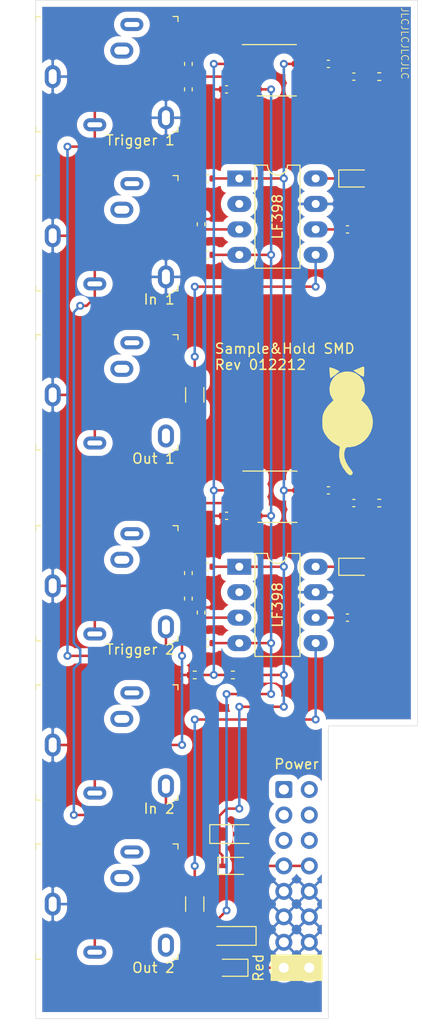
<source format=kicad_pcb>
(kicad_pcb (version 20221018) (generator pcbnew)
  (layers (0 "F.Cu" signal) (31 "B.Cu" signal) (34 "B.Paste" user) (35 "F.Paste" user) (36 "B.SilkS" user "B.Silkscreen") (37 "F.SilkS" user "F.Silkscreen") (38 "B.Mask" user) (39 "F.Mask" user) (44 "Edge.Cuts" user))
  (net 0 "")
  (net 1 "Net-(C1-Pad2)")
  (net 2 "Net-(C1-Pad1)")
  (net 3 "Net-(C2-Pad2)")
  (net 4 "Net-(C2-Pad1)")
  (net 5 "-12V")
  (net 6 "+12V")
  (net 7 "GND")
  (net 8 "Net-(C6-Pad1)")
  (net 9 "Net-(C7-Pad1)")
  (net 10 "Net-(D1-Pad1)")
  (net 11 "Net-(D2-Pad1)")
  (net 12 "Net-(J1-PadT)")
  (net 13 "Net-(J2-PadT)")
  (net 14 "Net-(J6-PadT)")
  (net 15 "Net-(J7-PadT)")
  (net 16 "Net-(R3-Pad2)")
  (net 17 "Net-(R4-Pad2)")
  (net 18 "Net-(R13-Pad2)")
  (net 19 "Net-(R14-Pad2)")
  (net 20 "Net-(J1-PadTN)")
  (net 21 "Net-(J2-PadTN)")
  (net 22 "Net-(D3-Pad2)")
  (net 23 "Net-(D4-Pad1)")
  (net 24 "Vref")
  (footprint "Capacitor_SMD:C_0402_1005Metric" (layer "F.Cu") (at 31.75 50.165 180)
    (fp_text reference "C1" hide)
    (fp_text value "1nF" hide)
    (pad "1" smd roundrect (at -0.48 0 180) (size 0.56 0.62) (layers "F.Cu" "F.Paste" "F.Mask") (net 2 "Net-(C1-Pad1)"))
    (pad "2" smd roundrect (at 0.48 0 180) (size 0.56 0.62) (layers "F.Cu" "F.Paste" "F.Mask") (net 1 "Net-(C1-Pad2)"))
  )
  (footprint "Capacitor_SMD:C_0402_1005Metric" (layer "F.Cu") (at 31.75 7.62 180)
    (fp_text reference "C2" hide)
    (fp_text value "1nF" hide)
    (pad "1" smd roundrect (at -0.48 0 180) (size 0.56 0.62) (layers "F.Cu" "F.Paste" "F.Mask") (net 4 "Net-(C2-Pad1)"))
    (pad "2" smd roundrect (at 0.48 0 180) (size 0.56 0.62) (layers "F.Cu" "F.Paste" "F.Mask") (net 3 "Net-(C2-Pad2)"))
  )
  (footprint "Capacitor_SMD:C_0402_1005Metric" (layer "F.Cu") (at 29.21 6.35)
    (fp_text reference "C3" hide)
    (fp_text value "100nF" hide)
    (pad "1" smd roundrect (at -0.48 0) (size 0.56 0.62) (layers "F.Cu" "F.Paste" "F.Mask") (net 6 "+12V"))
    (pad "2" smd roundrect (at 0.48 0) (size 0.56 0.62) (layers "F.Cu" "F.Paste" "F.Mask") (net 7 "GND"))
  )
  (footprint "Capacitor_Tantalum_SMD:CP_EIA-3216-18_Kemet-A" (layer "F.Cu") (at 19.685 83.185)
    (fp_text reference "C4" hide)
    (fp_text value "10µF" hide)
    (pad "1" smd roundrect (at -1.35 0) (size 1.4 1.35) (layers "F.Cu" "F.Paste" "F.Mask") (roundrect_rratio 0.1851844444) (net 6 "+12V"))
    (pad "2" smd roundrect (at 1.35 0) (size 1.4 1.35) (layers "F.Cu" "F.Paste" "F.Mask") (roundrect_rratio 0.1851844444) (net 7 "GND"))
  )
  (footprint "Capacitor_Tantalum_SMD:CP_EIA-3216-18_Kemet-A" (layer "F.Cu") (at 19.685 93.345 180)
    (fp_text reference "C5" hide)
    (fp_text value "10µF" hide)
    (pad "1" smd roundrect (at -1.35 0 180) (size 1.4 1.35) (layers "F.Cu" "F.Paste" "F.Mask") (roundrect_rratio 0.1851844444) (net 7 "GND"))
    (pad "2" smd roundrect (at 1.35 0 180) (size 1.4 1.35) (layers "F.Cu" "F.Paste" "F.Mask") (roundrect_rratio 0.1851844444) (net 5 "-12V"))
  )
  (footprint "Capacitor_SMD:C_0402_1005Metric" (layer "F.Cu") (at 31.115 61.595)
    (fp_text reference "C6" hide)
    (fp_text value "10nF" hide)
    (pad "1" smd roundrect (at -0.48 0) (size 0.56 0.62) (layers "F.Cu" "F.Paste" "F.Mask") (net 8 "Net-(C6-Pad1)"))
    (pad "2" smd roundrect (at 0.48 0) (size 0.56 0.62) (layers "F.Cu" "F.Paste" "F.Mask") (net 7 "GND"))
  )
  (footprint "Capacitor_SMD:C_0402_1005Metric" (layer "F.Cu") (at 31.115 22.86)
    (fp_text reference "C7" hide)
    (fp_text value "10nF" hide)
    (pad "1" smd roundrect (at -0.48 0) (size 0.56 0.62) (layers "F.Cu" "F.Paste" "F.Mask") (net 9 "Net-(C7-Pad1)"))
    (pad "2" smd roundrect (at 0.48 0) (size 0.56 0.62) (layers "F.Cu" "F.Paste" "F.Mask") (net 7 "GND"))
  )
  (footprint "Diode_SMD:D_SOD-323" (layer "F.Cu") (at 31.75 17.78)
    (fp_text reference "D2" hide)
    (fp_text value "1N4148WS" hide)
    (pad "1" smd rect (at -1.05 0) (size 0.6 0.45) (layers "F.Cu" "F.Paste" "F.Mask") (net 11 "Net-(D2-Pad1)"))
    (pad "2" smd rect (at 1.05 0) (size 0.6 0.45) (layers "F.Cu" "F.Paste" "F.Mask") (net 4 "Net-(C2-Pad1)"))
  )
  (footprint "Connector_Audio_PJSeries:PJ-324M-3" (layer "F.Cu") (at 0 58.42)
    (fp_text reference "J1" hide)
    (fp_text value "Trigger 2" (at 13.97 6.35) (layer "F.SilkS") (effects (justify right)))
    (pad "" thru_hole oval (at 8.6 -2.6 90) (size 1.6 2.3) (drill oval 0.8 1.5) (layers "*.Cu" "*.Mask"))
    (pad "" thru_hole oval (at 9.6 -5.2 90) (size 1.3 2.3) (drill oval 0.5 1.5) (layers "*.Cu" "*.Mask"))
    (pad "S" thru_hole oval (at 1.7 0) (size 1.6 2.3) (drill oval 0.8 1.5) (layers "*.Cu" "*.Mask") (net 7 "GND"))
    (pad "T" thru_hole oval (at 5.9 4.8 90) (size 1.3 2.3) (drill oval 0.5 1.5) (layers "*.Cu" "*.Mask") (net 12 "Net-(J1-PadT)"))
    (pad "TN" thru_hole oval (at 13 4.1) (size 1.6 2.3) (drill oval 0.8 1.5) (layers "*.Cu" "*.Mask") (net 20 "Net-(J1-PadTN)"))
  )
  (footprint "Connector_Audio_PJSeries:PJ-324M-3" (layer "F.Cu") (at 0 74.295)
    (fp_text reference "J2" hide)
    (fp_text value "In 2" (at 13.97 6.35) (layer "F.SilkS") (effects (justify right)))
    (pad "" thru_hole oval (at 8.6 -2.6 90) (size 1.6 2.3) (drill oval 0.8 1.5) (layers "*.Cu" "*.Mask"))
    (pad "" thru_hole oval (at 9.6 -5.2 90) (size 1.3 2.3) (drill oval 0.5 1.5) (layers "*.Cu" "*.Mask"))
    (pad "S" thru_hole oval (at 1.7 0) (size 1.6 2.3) (drill oval 0.8 1.5) (layers "*.Cu" "*.Mask") (net 7 "GND"))
    (pad "T" thru_hole oval (at 5.9 4.8 90) (size 1.3 2.3) (drill oval 0.5 1.5) (layers "*.Cu" "*.Mask") (net 13 "Net-(J2-PadT)"))
    (pad "TN" thru_hole oval (at 13 4.1) (size 1.6 2.3) (drill oval 0.8 1.5) (layers "*.Cu" "*.Mask") (net 21 "Net-(J2-PadTN)"))
  )
  (footprint "Connector_Audio_PJSeries:PJ-324M-3" (layer "F.Cu") (at 0 23.495)
    (fp_text reference "J4" hide)
    (fp_text value "In 1" (at 13.97 6.35) (layer "F.SilkS") (effects (justify right)))
    (pad "" thru_hole oval (at 8.6 -2.6 90) (size 1.6 2.3) (drill oval 0.8 1.5) (layers "*.Cu" "*.Mask"))
    (pad "" thru_hole oval (at 9.6 -5.2 90) (size 1.3 2.3) (drill oval 0.5 1.5) (layers "*.Cu" "*.Mask"))
    (pad "S" thru_hole oval (at 1.7 0) (size 1.6 2.3) (drill oval 0.8 1.5) (layers "*.Cu" "*.Mask") (net 7 "GND"))
    (pad "T" thru_hole oval (at 5.9 4.8 90) (size 1.3 2.3) (drill oval 0.5 1.5) (layers "*.Cu" "*.Mask") (net 21 "Net-(J2-PadTN)"))
    (pad "TN" thru_hole oval (at 13 4.1) (size 1.6 2.3) (drill oval 0.8 1.5) (layers "*.Cu" "*.Mask") (net 7 "GND"))
  )
  (footprint "Connector_Audio_PJSeries:PJ-324M-3" (layer "F.Cu") (at 0 39.37)
    (fp_text reference "J7" hide)
    (fp_text value "Out 1" (at 13.97 6.35) (layer "F.SilkS") (effects (justify right)))
    (pad "" thru_hole oval (at 8.6 -2.6 90) (size 1.6 2.3) (drill oval 0.8 1.5) (layers "*.Cu" "*.Mask"))
    (pad "" thru_hole oval (at 9.6 -5.2 90) (size 1.3 2.3) (drill oval 0.5 1.5) (layers "*.Cu" "*.Mask"))
    (pad "S" thru_hole oval (at 1.7 0) (size 1.6 2.3) (drill oval 0.8 1.5) (layers "*.Cu" "*.Mask") (net 7 "GND"))
    (pad "T" thru_hole oval (at 5.9 4.8 90) (size 1.3 2.3) (drill oval 0.5 1.5) (layers "*.Cu" "*.Mask") (net 15 "Net-(J7-PadT)"))
    (pad "TN" thru_hole oval (at 13 4.1) (size 1.6 2.3) (drill oval 0.8 1.5) (layers "*.Cu" "*.Mask"))
  )
  (footprint "Resistor_SMD:R_0402_1005Metric" (layer "F.Cu") (at 16.51 61.085 -90)
    (fp_text reference "R1" hide)
    (fp_text value "100k" hide)
    (pad "1" smd roundrect (at -0.51 0 270) (size 0.54 0.64) (layers "F.Cu" "F.Paste" "F.Mask") (net 7 "GND"))
    (pad "2" smd roundrect (at 0.51 0 270) (size 0.54 0.64) (layers "F.Cu" "F.Paste" "F.Mask") (net 13 "Net-(J2-PadT)"))
  )
  (footprint "Resistor_SMD:R_0402_1005Metric" (layer "F.Cu") (at 15.24 57.15 -90)
    (fp_text reference "R5" hide)
    (fp_text value "100k" hide)
    (pad "1" smd roundrect (at -0.51 0 270) (size 0.54 0.64) (layers "F.Cu" "F.Paste" "F.Mask") (net 7 "GND"))
    (pad "2" smd roundrect (at 0.51 0 270) (size 0.54 0.64) (layers "F.Cu" "F.Paste" "F.Mask") (net 16 "Net-(R3-Pad2)"))
  )
  (footprint "Resistor_SMD:R_0402_1005Metric" (layer "F.Cu") (at 15.875 67.31)
    (fp_text reference "R8" hide)
    (fp_text value "1k" hide)
    (pad "1" smd roundrect (at -0.51 0) (size 0.54 0.64) (layers "F.Cu" "F.Paste" "F.Mask") (net 7 "GND"))
    (pad "2" smd roundrect (at 0.51 0) (size 0.54 0.64) (layers "F.Cu" "F.Paste" "F.Mask") (net 24 "Vref"))
  )
  (footprint "Resistor_SMD:R_0402_1005Metric" (layer "F.Cu") (at 19.685 67.31 180)
    (fp_text reference "R9" hide)
    (fp_text value "100k" hide)
    (pad "1" smd roundrect (at -0.51 0 180) (size 0.54 0.64) (layers "F.Cu" "F.Paste" "F.Mask") (net 6 "+12V"))
    (pad "2" smd roundrect (at 0.51 0 180) (size 0.54 0.64) (layers "F.Cu" "F.Paste" "F.Mask") (net 24 "Vref"))
  )
  (footprint "Resistor_SMD:R_0402_1005Metric" (layer "F.Cu") (at 34.29 50.165 180)
    (fp_text reference "R11" hide)
    (fp_text value "100k" hide)
    (pad "1" smd roundrect (at -0.51 0 180) (size 0.54 0.64) (layers "F.Cu" "F.Paste" "F.Mask") (net 7 "GND"))
    (pad "2" smd roundrect (at 0.51 0 180) (size 0.54 0.64) (layers "F.Cu" "F.Paste" "F.Mask") (net 2 "Net-(C1-Pad1)"))
  )
  (footprint "Resistor_SMD:R_0402_1005Metric" (layer "F.Cu") (at 34.29 7.62 180)
    (fp_text reference "R12" hide)
    (fp_text value "100k" hide)
    (pad "1" smd roundrect (at -0.51 0 180) (size 0.54 0.64) (layers "F.Cu" "F.Paste" "F.Mask") (net 7 "GND"))
    (pad "2" smd roundrect (at 0.51 0 180) (size 0.54 0.64) (layers "F.Cu" "F.Paste" "F.Mask") (net 4 "Net-(C2-Pad1)"))
  )
  (footprint "Resistor_SMD:R_1206_3216Metric" (layer "F.Cu") (at 15.875 90.17 90)
    (fp_text reference "R13" hide)
    (fp_text value "1k" hide)
    (pad "1" smd roundrect (at -1.4625 0 90) (size 1.125 1.75) (layers "F.Cu" "F.Paste" "F.Mask") (roundrect_rratio 0.2222204444) (net 14 "Net-(J6-PadT)"))
    (pad "2" smd roundrect (at 1.4625 0 90) (size 1.125 1.75) (layers "F.Cu" "F.Paste" "F.Mask") (roundrect_rratio 0.2222204444) (net 18 "Net-(R13-Pad2)"))
  )
  (footprint "Resistor_SMD:R_1206_3216Metric" (layer "F.Cu") (at 15.875 39.37 90)
    (fp_text reference "R14" hide)
    (fp_text value "1k" hide)
    (pad "1" smd roundrect (at -1.4625 0 90) (size 1.125 1.75) (layers "F.Cu" "F.Paste" "F.Mask") (roundrect_rratio 0.2222204444) (net 15 "Net-(J7-PadT)"))
    (pad "2" smd roundrect (at 1.4625 0 90) (size 1.125 1.75) (layers "F.Cu" "F.Paste" "F.Mask") (roundrect_rratio 0.2222204444) (net 19 "Net-(R14-Pad2)"))
  )
  (footprint "Package_DIP:DIP-8_W7.62mm_LongPads" (layer "F.Cu") (at 20.32 56.515)
    (fp_text reference "U2" hide)
    (fp_text value "LF398" (at 3.81 3.81 90) (layer "F.SilkS"))
    (pad "1" thru_hole rect (at 0 0) (size 2.4 1.6) (drill 0.8) (layers "*.Cu" "*.Mask") (net 6 "+12V"))
    (pad "2" thru_hole oval (at 0 2.54) (size 2.4 1.6) (drill 0.8) (layers "*.Cu" "*.Mask"))
    (pad "3" thru_hole oval (at 0 5.08) (size 2.4 1.6) (drill 0.8) (layers "*.Cu" "*.Mask") (net 13 "Net-(J2-PadT)"))
    (pad "4" thru_hole oval (at 0 7.62) (size 2.4 1.6) (drill 0.8) (layers "*.Cu" "*.Mask") (net 5 "-12V"))
    (pad "5" thru_hole oval (at 7.62 7.62) (size 2.4 1.6) (drill 0.8) (layers "*.Cu" "*.Mask") (net 18 "Net-(R13-Pad2)"))
    (pad "6" thru_hole oval (at 7.62 5.08) (size 2.4 1.6) (drill 0.8) (layers "*.Cu" "*.Mask") (net 8 "Net-(C6-Pad1)"))
    (pad "7" thru_hole oval (at 7.62 2.54) (size 2.4 1.6) (drill 0.8) (layers "*.Cu" "*.Mask") (net 7 "GND"))
    (pad "8" thru_hole oval (at 7.62 0) (size 2.4 1.6) (drill 0.8) (layers "*.Cu" "*.Mask") (net 10 "Net-(D1-Pad1)"))
  )
  (footprint "Diode_SMD:D_SOD-323" (layer "F.Cu") (at 31.75 56.515)
    (fp_text reference "D1" hide)
    (fp_text value "1N4148WS" hide)
    (pad "1" smd rect (at -1.05 0) (size 0.6 0.45) (layers "F.Cu" "F.Paste" "F.Mask") (net 10 "Net-(D1-Pad1)"))
    (pad "2" smd rect (at 1.05 0) (size 0.6 0.45) (layers "F.Cu" "F.Paste" "F.Mask") (net 2 "Net-(C1-Pad1)"))
  )
  (footprint "Capacitor_SMD:C_0402_1005Metric" (layer "F.Cu") (at 17.145 17.78 180)
    (fp_text reference "C8" hide)
    (fp_text value "100nF" hide)
    (pad "1" smd roundrect (at -0.48 0 180) (size 0.56 0.62) (layers "F.Cu" "F.Paste" "F.Mask") (net 6 "+12V"))
    (pad "2" smd roundrect (at 0.48 0 180) (size 0.56 0.62) (layers "F.Cu" "F.Paste" "F.Mask") (net 7 "GND"))
  )
  (footprint "Capacitor_SMD:C_0402_1005Metric" (layer "F.Cu") (at 17.145 56.515 180)
    (fp_text reference "C9" hide)
    (fp_text value "100nF" hide)
    (pad "1" smd roundrect (at -0.48 0 180) (size 0.56 0.62) (layers "F.Cu" "F.Paste" "F.Mask") (net 6 "+12V"))
    (pad "2" smd roundrect (at 0.48 0 180) (size 0.56 0.62) (layers "F.Cu" "F.Paste" "F.Mask") (net 7 "GND"))
  )
  (footprint "Capacitor_SMD:C_0402_1005Metric" (layer "F.Cu") (at 29.21 48.895)
    (fp_text reference "C10" hide)
    (fp_text value "100nF" hide)
    (pad "1" smd roundrect (at -0.48 0) (size 0.56 0.62) (layers "F.Cu" "F.Paste" "F.Mask") (net 6 "+12V"))
    (pad "2" smd roundrect (at 0.48 0) (size 0.56 0.62) (layers "F.Cu" "F.Paste" "F.Mask") (net 7 "GND"))
  )
  (footprint "Resistor_SMD:R_0402_1005Metric" (layer "F.Cu") (at 15.24 8.89 90)
    (fp_text reference "R4" hide)
    (fp_text value "100k" hide)
    (pad "1" smd roundrect (at -0.51 0 90) (size 0.54 0.64) (layers "F.Cu" "F.Paste" "F.Mask") (net 20 "Net-(J1-PadTN)"))
    (pad "2" smd roundrect (at 0.51 0 90) (size 0.54 0.64) (layers "F.Cu" "F.Paste" "F.Mask") (net 17 "Net-(R4-Pad2)"))
  )
  (footprint "Resistor_SMD:R_0402_1005Metric" (layer "F.Cu") (at 15.24 59.69 90)
    (fp_text reference "R3" hide)
    (fp_text value "100k" hide)
    (pad "1" smd roundrect (at -0.51 0 90) (size 0.54 0.64) (layers "F.Cu" "F.Paste" "F.Mask") (net 12 "Net-(J1-PadT)"))
    (pad "2" smd roundrect (at 0.51 0 90) (size 0.54 0.64) (layers "F.Cu" "F.Paste" "F.Mask") (net 16 "Net-(R3-Pad2)"))
  )
  (footprint "Connector_Audio_PJSeries:PJ-324M-3" (layer "F.Cu") (at 0 90.17)
    (fp_text reference "J6" hide)
    (fp_text value "Out 2" (at 13.97 6.35) (layer "F.SilkS") (effects (justify right)))
    (pad "" thru_hole oval (at 8.6 -2.6 90) (size 1.6 2.3) (drill oval 0.8 1.5) (layers "*.Cu" "*.Mask"))
    (pad "" thru_hole oval (at 9.6 -5.2 90) (size 1.3 2.3) (drill oval 0.5 1.5) (layers "*.Cu" "*.Mask"))
    (pad "S" thru_hole oval (at 1.7 0) (size 1.6 2.3) (drill oval 0.8 1.5) (layers "*.Cu" "*.Mask") (net 7 "GND"))
    (pad "T" thru_hole oval (at 5.9 4.8 90) (size 1.3 2.3) (drill oval 0.5 1.5) (layers "*.Cu" "*.Mask") (net 14 "Net-(J6-PadT)"))
    (pad "TN" thru_hole oval (at 13 4.1) (size 1.6 2.3) (drill oval 0.8 1.5) (layers "*.Cu" "*.Mask"))
  )
  (footprint "Resistor_SMD:R_0402_1005Metric" (layer "F.Cu") (at 16.51 22.35 -90)
    (fp_text reference "R2" hide)
    (fp_text value "100k" hide)
    (pad "1" smd roundrect (at -0.51 0 270) (size 0.54 0.64) (layers "F.Cu" "F.Paste" "F.Mask") (net 7 "GND"))
    (pad "2" smd roundrect (at 0.51 0 270) (size 0.54 0.64) (layers "F.Cu" "F.Paste" "F.Mask") (net 21 "Net-(J2-PadTN)"))
  )
  (footprint "Diode_SMD:D_SOD-323" (layer "F.Cu") (at 19.685 86.36)
    (fp_text reference "D3" hide)
    (fp_text value "1N5819WS" hide)
    (pad "1" smd rect (at -1.05 0) (size 0.6 0.45) (layers "F.Cu" "F.Paste" "F.Mask") (net 6 "+12V"))
    (pad "2" smd rect (at 1.05 0) (size 0.6 0.45) (layers "F.Cu" "F.Paste" "F.Mask") (net 22 "Net-(D3-Pad2)"))
  )
  (footprint "Diode_SMD:D_SOD-323" (layer "F.Cu") (at 19.685 96.52 180)
    (fp_text reference "D4" hide)
    (fp_text value "1N5819WS" hide)
    (pad "1" smd rect (at -1.05 0 180) (size 0.6 0.45) (layers "F.Cu" "F.Paste" "F.Mask") (net 23 "Net-(D4-Pad1)"))
    (pad "2" smd rect (at 1.05 0 180) (size 0.6 0.45) (layers "F.Cu" "F.Paste" "F.Mask") (net 5 "-12V"))
  )
  (footprint "CATs_Eurosynth_Specials:Power_2x8_Horizontal" (layer "F.Cu") (at 24.765 78.74)
    (fp_text reference "J5" hide)
    (fp_text value "Power" hide)
    (fp_text user "Red" (at -2.54 17.78 90) (layer "F.SilkS"))
    (fp_text user "Power" (at 1.27 -2.54 180) (layer "F.SilkS"))
    (pad "+5V" thru_hole circle (at 0 5.08) (size 1.7 1.7) (drill 1) (layers "*.Cu" "*.Mask"))
    (pad "+5V" thru_hole circle (at 2.54 5.08) (size 1.7 1.7) (drill 1) (layers "*.Cu" "*.Mask"))
    (pad "+12V" thru_hole circle (at 0 7.62) (size 1.7 1.7) (drill 1) (layers "*.Cu" "*.Mask") (net 22 "Net-(D3-Pad2)"))
    (pad "+12V" thru_hole circle (at 2.54 7.62) (size 1.7 1.7) (drill 1) (layers "*.Cu" "*.Mask") (net 22 "Net-(D3-Pad2)"))
    (pad "-12V" thru_hole circle (at 0 17.78) (size 1.7 1.7) (drill 1) (layers "*.Cu" "*.Mask") (net 23 "Net-(D4-Pad1)"))
    (pad "-12V" thru_hole circle (at 2.54 17.78) (size 1.7 1.7) (drill 1) (layers "*.Cu" "*.Mask") (net 23 "Net-(D4-Pad1)"))
    (pad "CV" thru_hole circle (at 0 2.54) (size 1.7 1.7) (drill 1) (layers "*.Cu" "*.Mask"))
    (pad "CV" thru_hole circle (at 2.54 2.54) (size 1.7 1.7) (drill 1) (layers "*.Cu" "*.Mask"))
    (pad "GND" thru_hole circle (at 0 10.16) (size 1.7 1.7) (drill 1) (layers "*.Cu" "*.Mask") (net 7 "GND"))
    (pad "GND" thru_hole circle (at 0 12.7) (size 1.7 1.7) (drill 1) (layers "*.Cu" "*.Mask") (net 7 "GND"))
    (pad "GND" thru_hole circle (at 0 15.24) (size 1.7 1.7) (drill 1) (layers "*.Cu" "*.Mask") (net 7 "GND"))
    (pad "GND" thru_hole circle (at 2.54 10.16) (size 1.7 1.7) (drill 1) (layers "*.Cu" "*.Mask") (net 7 "GND"))
    (pad "GND" thru_hole circle (at 2.54 12.7) (size 1.7 1.7) (drill 1) (layers "*.Cu" "*.Mask") (net 7 "GND"))
    (pad "GND" thru_hole circle (at 2.54 15.24) (size 1.7 1.7) (drill 1) (layers "*.Cu" "*.Mask") (net 7 "GND"))
    (pad "Gate" thru_hole roundrect (at 0 0) (size 1.7 1.7) (drill 1) (layers "*.Cu" "*.Mask") (roundrect_rratio 0.147))
    (pad "Gate" thru_hole circle (at 2.54 0) (size 1.7 1.7) (drill 1) (layers "*.Cu" "*.Mask"))
  )
  (footprint "Resistor_SMD:R_0402_1005Metric" (layer "F.Cu") (at 15.24 6.35 -90)
    (fp_text reference "R6" hide)
    (fp_text value "100k" hide)
    (pad "1" smd roundrect (at -0.51 0 270) (size 0.54 0.64) (layers "F.Cu" "F.Paste" "F.Mask") (net 7 "GND"))
    (pad "2" smd roundrect (at 0.51 0 270) (size 0.54 0.64) (layers "F.Cu" "F.Paste" "F.Mask") (net 17 "Net-(R4-Pad2)"))
  )
  (footprint "Package_SO:SOIC-8_3.9x4.9mm_P1.27mm" (layer "F.Cu") (at 24.065 6.985)
    (fp_text reference "U1" hide)
    (fp_text value "OP07CDR" hide)
    (pad "1" smd roundrect (at -2.475 -1.905) (size 1.95 0.6) (layers "F.Cu" "F.Paste" "F.Mask"))
    (pad "2" smd roundrect (at -2.475 -0.635) (size 1.95 0.6) (layers "F.Cu" "F.Paste" "F.Mask") (net 24 "Vref"))
    (pad "3" smd roundrect (at -2.475 0.635) (size 1.95 0.6) (layers "F.Cu" "F.Paste" "F.Mask") (net 17 "Net-(R4-Pad2)"))
    (pad "4" smd roundrect (at -2.475 1.905) (size 1.95 0.6) (layers "F.Cu" "F.Paste" "F.Mask") (net 5 "-12V"))
    (pad "5" smd roundrect (at 2.475 1.905) (size 1.95 0.6) (layers "F.Cu" "F.Paste" "F.Mask"))
    (pad "6" smd roundrect (at 2.475 0.635) (size 1.95 0.6) (layers "F.Cu" "F.Paste" "F.Mask") (net 3 "Net-(C2-Pad2)"))
    (pad "7" smd roundrect (at 2.475 -0.635) (size 1.95 0.6) (layers "F.Cu" "F.Paste" "F.Mask") (net 6 "+12V"))
    (pad "8" smd roundrect (at 2.475 -1.905) (size 1.95 0.6) (layers "F.Cu" "F.Paste" "F.Mask"))
  )
  (footprint "Package_SO:SOIC-8_3.9x4.9mm_P1.27mm" (layer "F.Cu") (at 24.13 49.53)
    (fp_text reference "U4" hide)
    (fp_text value "OP07CDR" hide)
    (pad "1" smd roundrect (at -2.475 -1.905) (size 1.95 0.6) (layers "F.Cu" "F.Paste" "F.Mask"))
    (pad "2" smd roundrect (at -2.475 -0.635) (size 1.95 0.6) (layers "F.Cu" "F.Paste" "F.Mask") (net 24 "Vref"))
    (pad "3" smd roundrect (at -2.475 0.635) (size 1.95 0.6) (layers "F.Cu" "F.Paste" "F.Mask") (net 16 "Net-(R3-Pad2)"))
    (pad "4" smd roundrect (at -2.475 1.905) (size 1.95 0.6) (layers "F.Cu" "F.Paste" "F.Mask") (net 5 "-12V"))
    (pad "5" smd roundrect (at 2.475 1.905) (size 1.95 0.6) (layers "F.Cu" "F.Paste" "F.Mask"))
    (pad "6" smd roundrect (at 2.475 0.635) (size 1.95 0.6) (layers "F.Cu" "F.Paste" "F.Mask") (net 1 "Net-(C1-Pad2)"))
    (pad "7" smd roundrect (at 2.475 -0.635) (size 1.95 0.6) (layers "F.Cu" "F.Paste" "F.Mask") (net 6 "+12V"))
    (pad "8" smd roundrect (at 2.475 -1.905) (size 1.95 0.6) (layers "F.Cu" "F.Paste" "F.Mask"))
  )
  (footprint "Capacitor_SMD:C_0402_1005Metric" (layer "F.Cu") (at 19.05 8.89)
    (fp_text reference "C11" hide)
    (fp_text value "100nF" hide)
    (pad "1" smd roundrect (at -0.48 0) (size 0.56 0.62) (layers "F.Cu" "F.Paste" "F.Mask") (net 7 "GND"))
    (pad "2" smd roundrect (at 0.48 0) (size 0.56 0.62) (layers "F.Cu" "F.Paste" "F.Mask") (net 5 "-12V"))
  )
  (footprint "Capacitor_SMD:C_0402_1005Metric" (layer "F.Cu") (at 17.145 25.4)
    (fp_text reference "C12" hide)
    (fp_text value "100nF" hide)
    (pad "1" smd roundrect (at -0.48 0) (size 0.56 0.62) (layers "F.Cu" "F.Paste" "F.Mask") (net 7 "GND"))
    (pad "2" smd roundrect (at 0.48 0) (size 0.56 0.62) (layers "F.Cu" "F.Paste" "F.Mask") (net 5 "-12V"))
  )
  (footprint "Capacitor_SMD:C_0402_1005Metric" (layer "F.Cu") (at 19.05 51.435)
    (fp_text reference "C13" hide)
    (fp_text value "100nF" hide)
    (pad "1" smd roundrect (at -0.48 0) (size 0.56 0.62) (layers "F.Cu" "F.Paste" "F.Mask") (net 7 "GND"))
    (pad "2" smd roundrect (at 0.48 0) (size 0.56 0.62) (layers "F.Cu" "F.Paste" "F.Mask") (net 5 "-12V"))
  )
  (footprint "Capacitor_SMD:C_0402_1005Metric" (layer "F.Cu") (at 17.145 64.135)
    (fp_text reference "C14" hide)
    (fp_text value "100nF" hide)
    (pad "1" smd roundrect (at -0.48 0) (size 0.56 0.62) (layers "F.Cu" "F.Paste" "F.Mask") (net 7 "GND"))
    (pad "2" smd roundrect (at 0.48 0) (size 0.56 0.62) (layers "F.Cu" "F.Paste" "F.Mask") (net 5 "-12V"))
  )
  (footprint "Package_DIP:DIP-8_W7.62mm_LongPads" (layer "F.Cu") (at 20.32 17.78)
    (fp_text reference "U3" hide)
    (fp_text value "LF398" (at 3.81 3.81 90) (layer "F.SilkS"))
    (pad "1" thru_hole rect (at 0 0) (size 2.4 1.6) (drill 0.8) (layers "*.Cu" "*.Mask") (net 6 "+12V"))
    (pad "2" thru_hole oval (at 0 2.54) (size 2.4 1.6) (drill 0.8) (layers "*.Cu" "*.Mask"))
    (pad "3" thru_hole oval (at 0 5.08) (size 2.4 1.6) (drill 0.8) (layers "*.Cu" "*.Mask") (net 21 "Net-(J2-PadTN)"))
    (pad "4" thru_hole oval (at 0 7.62) (size 2.4 1.6) (drill 0.8) (layers "*.Cu" "*.Mask") (net 5 "-12V"))
    (pad "5" thru_hole oval (at 7.62 7.62) (size 2.4 1.6) (drill 0.8) (layers "*.Cu" "*.Mask") (net 19 "Net-(R14-Pad2)"))
    (pad "6" thru_hole oval (at 7.62 5.08) (size 2.4 1.6) (drill 0.8) (layers "*.Cu" "*.Mask") (net 9 "Net-(C7-Pad1)"))
    (pad "7" thru_hole oval (at 7.62 2.54) (size 2.4 1.6) (drill 0.8) (layers "*.Cu" "*.Mask") (net 7 "GND"))
    (pad "8" thru_hole oval (at 7.62 0) (size 2.4 1.6) (drill 0.8) (layers "*.Cu" "*.Mask") (net 11 "Net-(D2-Pad1)"))
  )
  (footprint "CATs_Eurosynth_Specials:CATs Tiny" (layer "F.Cu") (at 31.115 41.91)
    (fp_text reference "G***" hide)
    (fp_text value "LOGO" hide)
  )
  (footprint "Connector_Audio_PJSeries:PJ-324M-3" (layer "F.Cu") (at 0 7.62)
    (fp_text reference "J3" hide)
    (fp_text value "Trigger 1" (at 13.97 6.35) (layer "F.SilkS") (effects (justify right)))
    (pad "" thru_hole oval (at 8.6 -2.6 90) (size 1.6 2.3) (drill oval 0.8 1.5) (layers "*.Cu" "*.Mask"))
    (pad "" thru_hole oval (at 9.6 -5.2 90) (size 1.3 2.3) (drill oval 0.5 1.5) (layers "*.Cu" "*.Mask"))
    (pad "S" thru_hole oval (at 1.7 0) (size 1.6 2.3) (drill oval 0.8 1.5) (layers "*.Cu" "*.Mask") (net 7 "GND"))
    (pad "T" thru_hole oval (at 5.9 4.8 90) (size 1.3 2.3) (drill oval 0.5 1.5) (layers "*.Cu" "*.Mask") (net 20 "Net-(J1-PadTN)"))
    (pad "TN" thru_hole oval (at 13 4.1) (size 1.6 2.3) (drill oval 0.8 1.5) (layers "*.Cu" "*.Mask") (net 7 "GND"))
  )
  (gr_line (start 0 101.6) (end 0 0) (stroke (width 0.05)) (layer "Edge.Cuts"))
  (gr_line (start 29.21 72.39) (end 38.1 72.39) (stroke (width 0.05)) (layer "Edge.Cuts"))
  (gr_line (start 38.1 0) (end 38.1 72.39) (stroke (width 0.05)) (layer "Edge.Cuts"))
  (gr_line (start 29.21 101.6) (end 29.21 72.39) (stroke (width 0.05)) (layer "Edge.Cuts"))
  (gr_line (start 0 0) (end 38.1 0) (stroke (width 0.05)) (layer "Edge.Cuts"))
  (gr_line (start 29.21 101.6) (end 0 101.6) (stroke (width 0.05)) (layer "Edge.Cuts"))
  (gr_text "JLCJLCJLCJLC" (at 36.83 0.635 270) (layer "F.SilkS") (effects (font (size 0.7 0.7) (thickness 0.08)) (justify left)))
  (gr_text "Sample&Hold SMD\nRev 012212" (at 17.78 35.56) (layer "F.SilkS") (effects (font (size 1 1)) (justify left)))
  (segment (start 26.605 50.165) (end 31.27 50.165) (width 0.25) (layer "F.Cu") (net 1))
  (segment (start 32.23 50.165) (end 33.78 50.165) (width 0.25) (layer "F.Cu") (net 2))
  (segment (start 32.8 56.515) (end 32.8 53.12) (width 0.25) (layer "F.Cu") (net 2))
  (segment (start 32.8 53.12) (end 32.23 52.55) (width 0.25) (layer "F.Cu") (net 2))
  (segment (start 32.23 52.55) (end 32.23 50.165) (width 0.25) (layer "F.Cu") (net 2))
  (segment (start 26.54 7.62) (end 31.27 7.62) (width 0.25) (layer "F.Cu") (net 3))
  (segment (start 32.23 7.62) (end 33.78 7.62) (width 0.25) (layer "F.Cu") (net 4))
  (segment (start 32.23 9.37) (end 32.23 7.62) (width 0.25) (layer "F.Cu") (net 4))
  (segment (start 32.8 17.78) (end 32.8 9.94) (width 0.25) (layer "F.Cu") (net 4))
  (segment (start 32.8 9.94) (end 32.23 9.37) (width 0.25) (layer "F.Cu") (net 4))
  (segment (start 23.495 25.4) (end 23.495 25.4) (width 0.25) (layer "F.Cu") (net 5))
  (segment (start 18.335 91.52) (end 19.05 90.805) (width 0.25) (layer "F.Cu") (net 5))
  (segment (start 20.32 25.4) (end 23.495 25.4) (width 0.25) (layer "F.Cu") (net 5))
  (segment (start 19.05 69.215) (end 23.495 69.215) (width 0.25) (layer "F.Cu") (net 5))
  (segment (start 17.625 64.135) (end 20.32 64.135) (width 0.25) (layer "F.Cu") (net 5))
  (segment (start 21.655 51.435) (end 23.495 51.435) (width 0.25) (layer "F.Cu") (net 5))
  (segment (start 19.53 51.435) (end 21.655 51.435) (width 0.25) (layer "F.Cu") (net 5))
  (segment (start 18.635 96.52) (end 18.635 95.47) (width 0.25) (layer "F.Cu") (net 5))
  (segment (start 18.635 95.47) (end 18.335 95.17) (width 0.25) (layer "F.Cu") (net 5))
  (segment (start 19.53 8.89) (end 21.59 8.89) (width 0.25) (layer "F.Cu") (net 5))
  (segment (start 17.625 25.4) (end 20.32 25.4) (width 0.25) (layer "F.Cu") (net 5))
  (segment (start 18.335 93.345) (end 18.335 91.52) (width 0.25) (layer "F.Cu") (net 5))
  (segment (start 20.32 64.135) (end 23.495 64.135) (width 0.25) (layer "F.Cu") (net 5))
  (segment (start 18.335 95.17) (end 18.335 93.345) (width 0.25) (layer "F.Cu") (net 5))
  (segment (start 21.59 8.89) (end 23.495 8.89) (width 0.25) (layer "F.Cu") (net 5))
  (via (at 23.495 51.435) (size 0.8) (drill 0.4) (layers "F.Cu" "B.Cu") (net 5))
  (via (at 19.05 69.215) (size 0.8) (drill 0.4) (layers "F.Cu" "B.Cu") (net 5))
  (via (at 23.495 25.4) (size 0.8) (drill 0.4) (layers "F.Cu" "B.Cu") (net 5))
  (via (at 23.495 64.135) (size 0.8) (drill 0.4) (layers "F.Cu" "B.Cu") (net 5))
  (via (at 19.05 90.805) (size 0.8) (drill 0.4) (layers "F.Cu" "B.Cu") (net 5))
  (via (at 23.495 8.89) (size 0.8) (drill 0.4) (layers "F.Cu" "B.Cu") (net 5))
  (via (at 23.495 69.215) (size 0.8) (drill 0.4) (layers "F.Cu" "B.Cu") (net 5))
  (segment (start 23.495 64.135) (end 23.495 51.435) (width 0.25) (layer "B.Cu") (net 5))
  (segment (start 23.495 8.89) (end 23.495 8.89) (width 0.25) (layer "B.Cu") (net 5))
  (segment (start 23.495 25.4) (end 23.495 8.89) (width 0.25) (layer "B.Cu") (net 5))
  (segment (start 19.05 69.215) (end 19.05 69.215) (width 0.25) (layer "B.Cu") (net 5))
  (segment (start 23.495 69.215) (end 23.495 64.135) (width 0.25) (layer "B.Cu") (net 5))
  (segment (start 23.495 51.435) (end 23.495 25.4) (width 0.25) (layer "B.Cu") (net 5))
  (segment (start 19.05 90.805) (end 19.05 69.215) (width 0.25) (layer "B.Cu") (net 5))
  (segment (start 23.495 69.215) (end 23.495 69.215) (width 0.25) (layer "B.Cu") (net 5))
  (segment (start 17.625 17.78) (end 20.32 17.78) (width 0.25) (layer "F.Cu") (net 6))
  (segment (start 20.32 70.485) (end 24.765 70.485) (width 0.25) (layer "F.Cu") (net 6))
  (segment (start 24.765 48.895) (end 26.605 48.895) (width 0.25) (layer "F.Cu") (net 6))
  (segment (start 26.605 48.895) (end 28.73 48.895) (width 0.25) (layer "F.Cu") (net 6))
  (segment (start 17.625 56.515) (end 20.32 56.515) (width 0.25) (layer "F.Cu") (net 6))
  (segment (start 20.32 56.515) (end 24.765 56.515) (width 0.25) (layer "F.Cu") (net 6))
  (segment (start 18.335 81.36) (end 19.05 80.645) (width 0.25) (layer "F.Cu") (net 6))
  (segment (start 24.765 6.35) (end 26.54 6.35) (width 0.25) (layer "F.Cu") (net 6))
  (segment (start 18.335 85.01) (end 18.335 83.185) (width 0.25) (layer "F.Cu") (net 6))
  (segment (start 20.32 17.78) (end 24.765 17.78) (width 0.25) (layer "F.Cu") (net 6))
  (segment (start 20.195 67.31) (end 24.765 67.31) (width 0.25) (layer "F.Cu") (net 6))
  (segment (start 19.05 80.645) (end 20.32 80.645) (width 0.25) (layer "F.Cu") (net 6))
  (segment (start 18.635 86.36) (end 18.635 85.31) (width 0.25) (layer "F.Cu") (net 6))
  (segment (start 18.335 83.185) (end 18.335 81.36) (width 0.25) (layer "F.Cu") (net 6))
  (segment (start 18.635 85.31) (end 18.335 85.01) (width 0.25) (layer "F.Cu") (net 6))
  (segment (start 26.54 6.35) (end 28.73 6.35) (width 0.25) (layer "F.Cu") (net 6))
  (via (at 24.765 48.895) (size 0.8) (drill 0.4) (layers "F.Cu" "B.Cu") (net 6))
  (via (at 24.765 67.31) (size 0.8) (drill 0.4) (layers "F.Cu" "B.Cu") (net 6))
  (via (at 20.32 80.645) (size 0.8) (drill 0.4) (layers "F.Cu" "B.Cu") (net 6))
  (via (at 24.765 6.35) (size 0.8) (drill 0.4) (layers "F.Cu" "B.Cu") (net 6))
  (via (at 24.765 56.515) (size 0.8) (drill 0.4) (layers "F.Cu" "B.Cu") (net 6))
  (via (at 20.32 70.485) (size 0.8) (drill 0.4) (layers "F.Cu" "B.Cu") (net 6))
  (via (at 24.765 17.78) (size 0.8) (drill 0.4) (layers "F.Cu" "B.Cu") (net 6))
  (via (at 24.765 70.485) (size 0.8) (drill 0.4) (layers "F.Cu" "B.Cu") (net 6))
  (segment (start 24.765 56.515) (end 24.765 67.31) (width 0.25) (layer "B.Cu") (net 6))
  (segment (start 24.765 48.895) (end 24.765 56.515) (width 0.25) (layer "B.Cu") (net 6))
  (segment (start 24.765 67.31) (end 24.765 67.31) (width 0.25) (layer "B.Cu") (net 6))
  (segment (start 24.765 6.35) (end 24.765 17.78) (width 0.25) (layer "B.Cu") (net 6))
  (segment (start 24.765 17.78) (end 24.765 17.78) (width 0.25) (layer "B.Cu") (net 6))
  (segment (start 24.765 17.78) (end 24.765 48.895) (width 0.25) (layer "B.Cu") (net 6))
  (segment (start 20.32 70.485) (end 20.32 70.485) (width 0.25) (layer "B.Cu") (net 6))
  (segment (start 24.765 70.485) (end 24.765 70.485) (width 0.25) (layer "B.Cu") (net 6))
  (segment (start 24.765 67.31) (end 24.765 70.485) (width 0.25) (layer "B.Cu") (net 6))
  (segment (start 24.765 6.35) (end 24.765 6.35) (width 0.25) (layer "B.Cu") (net 6))
  (segment (start 20.32 80.645) (end 20.32 70.485) (width 0.25) (layer "B.Cu") (net 6))
  (segment (start 27.94 61.595) (end 30.635 61.595) (width 0.25) (layer "F.Cu") (net 8))
  (segment (start 27.94 22.86) (end 30.635 22.86) (width 0.25) (layer "F.Cu") (net 9))
  (segment (start 27.94 56.515) (end 30.7 56.515) (width 0.25) (layer "F.Cu") (net 10))
  (segment (start 27.94 17.78) (end 30.7 17.78) (width 0.25) (layer "F.Cu") (net 11))
  (segment (start 5.9 60.775) (end 5.9 63.22) (width 0.25) (layer "F.Cu") (net 12))
  (segment (start 6.475 60.2) (end 5.9 60.775) (width 0.25) (layer "F.Cu") (net 12))
  (segment (start 15.24 60.2) (end 6.475 60.2) (width 0.25) (layer "F.Cu") (net 12))
  (segment (start 14.605 74.295) (end 14.605 74.295) (width 0.25) (layer "F.Cu") (net 13))
  (segment (start 15.24 61.595) (end 16.51 61.595) (width 0.25) (layer "F.Cu") (net 13))
  (segment (start 14.605 62.23) (end 15.24 61.595) (width 0.25) (layer "F.Cu") (net 13))
  (segment (start 16.51 61.595) (end 20.32 61.595) (width 0.25) (layer "F.Cu") (net 13))
  (segment (start 6.35 74.295) (end 14.605 74.295) (width 0.25) (layer "F.Cu") (net 13))
  (segment (start 5.9 79.095) (end 5.9 74.745) (width 0.25) (layer "F.Cu") (net 13))
  (segment (start 14.605 65.405) (end 14.605 62.23) (width 0.25) (layer "F.Cu") (net 13))
  (segment (start 5.9 74.745) (end 6.35 74.295) (width 0.25) (layer "F.Cu") (net 13))
  (via (at 14.605 65.405) (size 0.8) (drill 0.4) (layers "F.Cu" "B.Cu") (net 13))
  (via (at 14.605 74.295) (size 0.8) (drill 0.4) (layers "F.Cu" "B.Cu") (net 13))
  (segment (start 14.605 65.405) (end 14.605 65.405) (width 0.25) (layer "B.Cu") (net 13))
  (segment (start 14.605 74.295) (end 14.605 65.405) (width 0.25) (layer "B.Cu") (net 13))
  (segment (start 5.9 91.89) (end 6.1575 91.6325) (width 0.25) (layer "F.Cu") (net 14))
  (segment (start 6.7925 91.6325) (end 15.875 91.6325) (width 0.25) (layer "F.Cu") (net 14))
  (segment (start 5.9 94.97) (end 5.9 91.89) (width 0.25) (layer "F.Cu") (net 14))
  (segment (start 6.1575 91.6325) (end 6.7925 91.6325) (width 0.25) (layer "F.Cu") (net 14))
  (segment (start 6.7925 40.8325) (end 5.9 41.725) (width 0.25) (layer "F.Cu") (net 15))
  (segment (start 15.875 40.8325) (end 6.7925 40.8325) (width 0.25) (layer "F.Cu") (net 15))
  (segment (start 5.9 41.725) (end 5.9 44.17) (width 0.25) (layer "F.Cu") (net 15))
  (segment (start 21.655 50.165) (end 13.97 50.165) (width 0.25) (layer "F.Cu") (net 16))
  (segment (start 15.24 58.42) (end 15.24 59.18) (width 0.25) (layer "F.Cu") (net 16))
  (segment (start 15.24 58.42) (end 15.24 57.66) (width 0.25) (layer "F.Cu") (net 16))
  (segment (start 13.335 57.785) (end 13.97 58.42) (width 0.25) (layer "F.Cu") (net 16))
  (segment (start 13.97 50.165) (end 13.335 50.8) (width 0.25) (layer "F.Cu") (net 16))
  (segment (start 13.335 50.8) (end 13.335 57.785) (width 0.25) (layer "F.Cu") (net 16))
  (segment (start 13.97 58.42) (end 15.24 58.42) (width 0.25) (layer "F.Cu") (net 16))
  (segment (start 15.24 6.86) (end 15.24 7.62) (width 0.25) (layer "F.Cu") (net 17))
  (segment (start 15.24 8.38) (end 15.24 7.62) (width 0.25) (layer "F.Cu") (net 17))
  (segment (start 21.59 7.62) (end 15.24 7.62) (width 0.25) (layer "F.Cu") (net 17))
  (segment (start 15.875 71.755) (end 15.875 71.755) (width 0.25) (layer "F.Cu") (net 18))
  (segment (start 15.875 86.36) (end 15.875 86.36) (width 0.25) (layer "F.Cu") (net 18))
  (segment (start 27.94 71.755) (end 15.875 71.755) (width 0.25) (layer "F.Cu") (net 18))
  (segment (start 15.875 88.7075) (end 15.875 86.36) (width 0.25) (layer "F.Cu") (net 18))
  (via (at 15.875 71.755) (size 0.8) (drill 0.4) (layers "F.Cu" "B.Cu") (net 18))
  (via (at 15.875 86.36) (size 0.8) (drill 0.4) (layers "F.Cu" "B.Cu") (net 18))
  (via (at 27.94 71.755) (size 0.8) (drill 0.4) (layers "F.Cu" "B.Cu") (net 18))
  (segment (start 27.94 71.755) (end 27.94 71.755) (width 0.25) (layer "B.Cu") (net 18))
  (segment (start 15.875 86.36) (end 15.875 71.755) (width 0.25) (layer "B.Cu") (net 18))
  (segment (start 27.94 64.135) (end 27.94 71.755) (width 0.25) (layer "B.Cu") (net 18))
  (segment (start 15.875 28.575) (end 15.875 28.575) (width 0.25) (layer "F.Cu") (net 19))
  (segment (start 27.94 28.575) (end 15.875 28.575) (width 0.25) (layer "F.Cu") (net 19))
  (segment (start 15.875 37.9075) (end 15.875 35.56) (width 0.25) (layer "F.Cu") (net 19))
  (via (at 27.94 28.575) (size 0.8) (drill 0.4) (layers "F.Cu" "B.Cu") (net 19))
  (via (at 15.875 28.575) (size 0.8) (drill 0.4) (layers "F.Cu" "B.Cu") (net 19))
  (via (at 15.875 35.56) (size 0.8) (drill 0.4) (layers "F.Cu" "B.Cu") (net 19))
  (segment (start 27.94 28.575) (end 27.94 28.575) (width 0.25) (layer "B.Cu") (net 19))
  (segment (start 15.875 35.56) (end 15.875 35.56) (width 0.25) (layer "B.Cu") (net 19))
  (segment (start 15.875 28.575) (end 15.875 35.56) (width 0.25) (layer "B.Cu") (net 19))
  (segment (start 27.94 25.4) (end 27.94 28.575) (width 0.25) (layer "B.Cu") (net 19))
  (segment (start 3.175 14.605) (end 3.175 14.605) (width 0.25) (layer "F.Cu") (net 20))
  (segment (start 5.9 9.975) (end 5.9 12.42) (width 0.25) (layer "F.Cu") (net 20))
  (segment (start 15.24 9.4) (end 6.475 9.4) (width 0.25) (layer "F.Cu") (net 20))
  (segment (start 5.9 12.42) (end 5.36 12.42) (width 0.25) (layer "F.Cu") (net 20))
  (segment (start 6.475 9.4) (end 5.9 9.975) (width 0.25) (layer "F.Cu") (net 20))
  (segment (start 5.9 12.42) (end 5.9 14.42) (width 0.25) (layer "F.Cu") (net 20))
  (segment (start 13 65.105) (end 12.7 65.405) (width 0.25) (layer "F.Cu") (net 20))
  (segment (start 3.175 65.405) (end 12.7 65.405) (width 0.25) (layer "F.Cu") (net 20))
  (segment (start 5.9 14.42) (end 5.715 14.605) (width 0.25) (layer "F.Cu") (net 20))
  (segment (start 13 62.52) (end 13 65.105) (width 0.25) (layer "F.Cu") (net 20))
  (segment (start 5.715 14.605) (end 3.175 14.605) (width 0.25) (layer "F.Cu") (net 20))
  (via (at 3.175 14.605) (size 0.8) (drill 0.4) (layers "F.Cu" "B.Cu") (net 20))
  (via (at 3.175 65.405) (size 0.8) (drill 0.4) (layers "F.Cu" "B.Cu") (net 20))
  (segment (start 3.175 65.405) (end 3.175 65.405) (width 0.25) (layer "B.Cu") (net 20))
  (segment (start 3.175 14.605) (end 3.175 65.405) (width 0.25) (layer "B.Cu") (net 20))
  (segment (start 4.445 30.48) (end 4.445 30.48) (width 0.25) (layer "F.Cu") (net 21))
  (segment (start 5.9 28.295) (end 5.9 23.31) (width 0.25) (layer "F.Cu") (net 21))
  (segment (start 3.81 81.28) (end 12.7 81.28) (width 0.25) (layer "F.Cu") (net 21))
  (segment (start 5.9 29.66) (end 5.08 30.48) (width 0.25) (layer "F.Cu") (net 21))
  (segment (start 13 78.395) (end 13 80.98) (width 0.25) (layer "F.Cu") (net 21))
  (segment (start 13 80.98) (end 12.7 81.28) (width 0.25) (layer "F.Cu") (net 21))
  (segment (start 6.35 22.86) (end 16.51 22.86) (width 0.25) (layer "F.Cu") (net 21))
  (segment (start 5.9 23.31) (end 6.35 22.86) (width 0.25) (layer "F.Cu") (net 21))
  (segment (start 5.08 30.48) (end 4.445 30.48) (width 0.25) (layer "F.Cu") (net 21))
  (segment (start 5.9 28.295) (end 5.9 29.66) (width 0.25) (layer "F.Cu") (net 21))
  (segment (start 20.32 22.86) (end 16.51 22.86) (width 0.25) (layer "F.Cu") (net 21))
  (segment (start 12.355 78.395) (end 13 78.395) (width 0.25) (layer "F.Cu") (net 21))
  (via (at 4.445 30.48) (size 0.8) (drill 0.4) (layers "F.Cu" "B.Cu") (net 21))
  (via (at 3.81 81.28) (size 0.8) (drill 0.4) (layers "F.Cu" "B.Cu") (net 21))
  (segment (start 3.81 81.28) (end 3.81 81.28) (width 0.25) (layer "B.Cu") (net 21))
  (segment (start 3.81 66.675) (end 3.81 81.28) (width 0.25) (layer "B.Cu") (net 21))
  (segment (start 4.445 30.48) (end 3.81 31.115) (width 0.25) (layer "B.Cu") (net 21))
  (segment (start 3.81 31.115) (end 3.81 64.135) (width 0.25) (layer "B.Cu") (net 21))
  (segment (start 3.81 64.135) (end 4.445 64.77) (width 0.25) (layer "B.Cu") (net 21))
  (segment (start 4.445 64.77) (end 4.445 66.04) (width 0.25) (layer "B.Cu") (net 21))
  (segment (start 4.445 66.04) (end 3.81 66.675) (width 0.25) (layer "B.Cu") (net 21))
  (segment (start 24.765 86.36) (end 20.735 86.36) (width 0.25) (layer "F.Cu") (net 22))
  (segment (start 27.305 86.36) (end 24.765 86.36) (width 0.25) (layer "F.Cu") (net 22))
  (segment (start 24.765 96.52) (end 20.735 96.52) (width 0.25) (layer "F.Cu") (net 23))
  (segment (start 27.305 96.52) (end 24.765 96.52) (width 0.25) (layer "F.Cu") (net 23))
  (segment (start 16.385 67.31) (end 17.78 67.31) (width 0.25) (layer "F.Cu") (net 24))
  (segment (start 17.78 67.31) (end 19.175 67.31) (width 0.25) (layer "F.Cu") (net 24))
  (segment (start 17.78 48.895) (end 21.655 48.895) (width 0.25) (layer "F.Cu") (net 24))
  (segment (start 21.59 6.35) (end 17.78 6.35) (width 0.25) (layer "F.Cu") (net 24))
  (via (at 17.78 6.35) (size 0.8) (drill 0.4) (layers "F.Cu" "B.Cu") (net 24))
  (via (at 17.78 48.895) (size 0.8) (drill 0.4) (layers "F.Cu" "B.Cu") (net 24))
  (via (at 17.78 67.31) (size 0.8) (drill 0.4) (layers "F.Cu" "B.Cu") (net 24))
  (segment (start 17.78 67.31) (end 17.78 48.895) (width 0.25) (layer "B.Cu") (net 24))
  (segment (start 17.78 48.895) (end 17.78 6.35) (width 0.25) (layer "B.Cu") (net 24))
  (segment (start 17.78 6.35) (end 17.78 6.35) (width 0.25) (layer "B.Cu") (net 24))
  (segment (start 17.78 67.31) (end 17.78 67.31) (width 0.25) (layer "B.Cu") (net 24))
  (zone (net 7) (net_name "GND") (layer "F.Cu") (connect_pads (clearance 0.508)) (min_thickness 0.254) (fill yes (thermal_gap 0.508) (thermal_bridge_width 0.508))
    (polygon (pts (xy 38.1 72.39) (xy 29.21 72.39) (xy 29.21 101.6) (xy 0 101.6) (xy 0 0) (xy 38.1 0)))
  )
  (zone (net 7) (net_name "GND") (layer "B.Cu") (connect_pads (clearance 0.508)) (min_thickness 0.254) (fill yes (thermal_gap 0.508) (thermal_bridge_width 0.508))
    (polygon (pts (xy 38.1 72.39) (xy 29.21 72.39) (xy 29.21 101.6) (xy 0 101.6) (xy 0 0) (xy 38.1 0)))
  )
)
</source>
